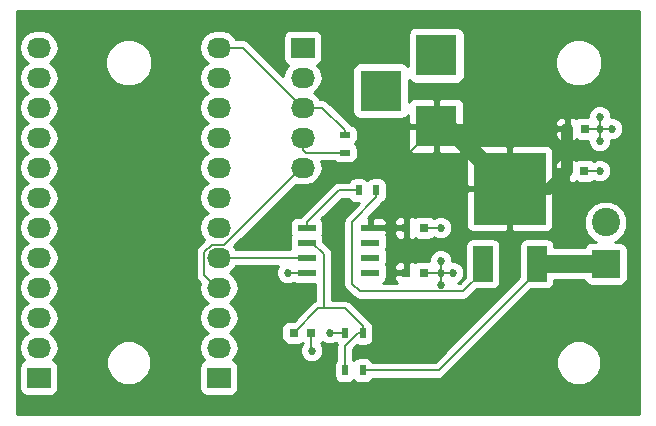
<source format=gtl>
G04 #@! TF.FileFunction,Copper,L1,Top,Signal*
%FSLAX46Y46*%
G04 Gerber Fmt 4.6, Leading zero omitted, Abs format (unit mm)*
G04 Created by KiCad (PCBNEW 4.0.2-stable) date Wednesday, July 27, 2016 'PMt' 01:40:30 PM*
%MOMM*%
G01*
G04 APERTURE LIST*
%ADD10C,0.100000*%
%ADD11R,0.800000X0.750000*%
%ADD12R,3.500120X3.500120*%
%ADD13R,2.032000X1.727200*%
%ADD14O,2.032000X1.727200*%
%ADD15C,2.400000*%
%ADD16R,2.400000X2.400000*%
%ADD17R,1.651000X3.048000*%
%ADD18R,6.096000X6.096000*%
%ADD19R,0.500000X0.900000*%
%ADD20R,1.550000X0.600000*%
%ADD21R,0.900000X0.500000*%
%ADD22C,0.685800*%
%ADD23C,0.152400*%
%ADD24C,1.016000*%
%ADD25C,1.524000*%
%ADD26C,0.254000*%
G04 APERTURE END LIST*
D10*
D11*
X151384000Y-103124000D03*
X152884000Y-103124000D03*
X128270000Y-116840000D03*
X129770000Y-116840000D03*
X151408000Y-99568000D03*
X152908000Y-99568000D03*
X137795000Y-111760000D03*
X139295000Y-111760000D03*
X137795000Y-107950000D03*
X139295000Y-107950000D03*
D12*
X140335000Y-99344480D03*
X140335000Y-93345000D03*
X135636000Y-96344740D03*
D13*
X121920000Y-120650000D03*
D14*
X121920000Y-118110000D03*
X121920000Y-115570000D03*
X121920000Y-113030000D03*
X121920000Y-110490000D03*
X121920000Y-107950000D03*
X121920000Y-105410000D03*
X121920000Y-102870000D03*
X121920000Y-100330000D03*
X121920000Y-97790000D03*
X121920000Y-95250000D03*
X121920000Y-92710000D03*
D13*
X129032000Y-92710000D03*
D14*
X129032000Y-95250000D03*
X129032000Y-97790000D03*
X129032000Y-100330000D03*
X129032000Y-102870000D03*
D15*
X154686000Y-107498000D03*
D16*
X154686000Y-110998000D03*
D17*
X144272000Y-110998000D03*
D18*
X146558000Y-104648000D03*
D17*
X148844000Y-110998000D03*
D19*
X134100000Y-116840000D03*
X132600000Y-116840000D03*
X135255000Y-104775000D03*
X133755000Y-104775000D03*
X134100000Y-120015000D03*
X132600000Y-120015000D03*
D13*
X106680000Y-120650000D03*
D14*
X106680000Y-118110000D03*
X106680000Y-115570000D03*
X106680000Y-113030000D03*
X106680000Y-110490000D03*
X106680000Y-107950000D03*
X106680000Y-105410000D03*
X106680000Y-102870000D03*
X106680000Y-100330000D03*
X106680000Y-97790000D03*
X106680000Y-95250000D03*
X106680000Y-92710000D03*
D20*
X129351000Y-107950000D03*
X129351000Y-109220000D03*
X129351000Y-110490000D03*
X129351000Y-111760000D03*
X134751000Y-111760000D03*
X134751000Y-110490000D03*
X134751000Y-109220000D03*
X134751000Y-107950000D03*
D21*
X132588000Y-101600000D03*
X132588000Y-100100000D03*
D22*
X127762000Y-111760000D03*
X129794000Y-118364000D03*
X131318000Y-116840000D03*
X154178000Y-100584000D03*
X155194000Y-99568000D03*
X154178000Y-98552000D03*
X154178000Y-99568000D03*
X154178000Y-103124000D03*
X141732000Y-111760000D03*
X140716000Y-112776000D03*
X140716000Y-110744000D03*
X140716000Y-111760000D03*
X140716000Y-107950000D03*
D23*
X129351000Y-111760000D02*
X127762000Y-111760000D01*
X129770000Y-116840000D02*
X129770000Y-118340000D01*
X129770000Y-118340000D02*
X129794000Y-118364000D01*
X132600000Y-116840000D02*
X131318000Y-116840000D01*
X154178000Y-99568000D02*
X154178000Y-100584000D01*
X154178000Y-99568000D02*
X155194000Y-99568000D01*
X154178000Y-99568000D02*
X154178000Y-98552000D01*
X152908000Y-99568000D02*
X154178000Y-99568000D01*
X152884000Y-103124000D02*
X154178000Y-103124000D01*
X140716000Y-111760000D02*
X141732000Y-111760000D01*
X140716000Y-111760000D02*
X140716000Y-112776000D01*
X140716000Y-111760000D02*
X140716000Y-110744000D01*
X139295000Y-111760000D02*
X140716000Y-111760000D01*
X139847400Y-107950000D02*
X140716000Y-107950000D01*
X139295000Y-107950000D02*
X139847400Y-107950000D01*
X132642799Y-114780399D02*
X130810000Y-114780399D01*
X130810000Y-114780399D02*
X130354601Y-114780399D01*
X130810000Y-110204000D02*
X130810000Y-114780399D01*
X129351000Y-109220000D02*
X129826000Y-109220000D01*
X129826000Y-109220000D02*
X130810000Y-110204000D01*
X132600000Y-120015000D02*
X132600000Y-117937600D01*
X132600000Y-117937600D02*
X133697600Y-116840000D01*
X133697600Y-116840000D02*
X134100000Y-116840000D01*
X134100000Y-116840000D02*
X134100000Y-116237600D01*
X134100000Y-116237600D02*
X132642799Y-114780399D01*
X128270000Y-116840000D02*
X128295000Y-116840000D01*
X128295000Y-116840000D02*
X130354601Y-114780399D01*
X129032000Y-102870000D02*
X128879600Y-102870000D01*
X128879600Y-102870000D02*
X122351810Y-109397790D01*
X122351810Y-109397790D02*
X121315192Y-109397790D01*
X121315192Y-109397790D02*
X120675390Y-110037592D01*
X120675390Y-110037592D02*
X120675390Y-111937790D01*
X120675390Y-111937790D02*
X121767600Y-113030000D01*
X121767600Y-113030000D02*
X121920000Y-113030000D01*
X121920000Y-110490000D02*
X123088400Y-110490000D01*
X123088400Y-110490000D02*
X129351000Y-110490000D01*
X129032000Y-97790000D02*
X130680400Y-97790000D01*
X130680400Y-97790000D02*
X132588000Y-99697600D01*
X132588000Y-99697600D02*
X132588000Y-100100000D01*
X121920000Y-92710000D02*
X123952000Y-92710000D01*
X123952000Y-92710000D02*
X129032000Y-97790000D01*
X133755000Y-104775000D02*
X132073600Y-104775000D01*
X132073600Y-104775000D02*
X129351000Y-107497600D01*
X129351000Y-107497600D02*
X129351000Y-107950000D01*
X132588000Y-101600000D02*
X129286000Y-101600000D01*
X129286000Y-101600000D02*
X129032000Y-101346000D01*
X129032000Y-101346000D02*
X129032000Y-100330000D01*
X133190400Y-112681600D02*
X133856301Y-113347501D01*
X133856301Y-113347501D02*
X142620999Y-113347501D01*
X142620999Y-113347501D02*
X144272000Y-111696500D01*
X144272000Y-111696500D02*
X144272000Y-110998000D01*
X133190400Y-107442000D02*
X133190400Y-112681600D01*
X135255000Y-104775000D02*
X135255000Y-105377400D01*
X135255000Y-105377400D02*
X133190400Y-107442000D01*
X137795000Y-107950000D02*
X137795000Y-101884480D01*
X137795000Y-101884480D02*
X140335000Y-99344480D01*
D24*
X151384000Y-103124000D02*
X151384000Y-99592000D01*
X151384000Y-99592000D02*
X151408000Y-99568000D01*
X146558000Y-104648000D02*
X149860000Y-104648000D01*
X149860000Y-104648000D02*
X151384000Y-103124000D01*
D25*
X140335000Y-99344480D02*
X141254480Y-99344480D01*
X141254480Y-99344480D02*
X146558000Y-104648000D01*
D23*
X134751000Y-107950000D02*
X135678400Y-107950000D01*
X135678400Y-107950000D02*
X137795000Y-107950000D01*
X137795000Y-111760000D02*
X137795000Y-107950000D01*
X134100000Y-120015000D02*
X140525500Y-120015000D01*
X140525500Y-120015000D02*
X148844000Y-111696500D01*
D24*
X148844000Y-111696500D02*
X148844000Y-110998000D01*
D25*
X148844000Y-110998000D02*
X154686000Y-110998000D01*
D26*
G36*
X157532000Y-123750000D02*
X104850000Y-123750000D01*
X104850000Y-92710000D01*
X104996655Y-92710000D01*
X105110729Y-93283489D01*
X105435585Y-93769670D01*
X105750366Y-93980000D01*
X105435585Y-94190330D01*
X105110729Y-94676511D01*
X104996655Y-95250000D01*
X105110729Y-95823489D01*
X105435585Y-96309670D01*
X105750366Y-96520000D01*
X105435585Y-96730330D01*
X105110729Y-97216511D01*
X104996655Y-97790000D01*
X105110729Y-98363489D01*
X105435585Y-98849670D01*
X105750366Y-99060000D01*
X105435585Y-99270330D01*
X105110729Y-99756511D01*
X104996655Y-100330000D01*
X105110729Y-100903489D01*
X105435585Y-101389670D01*
X105750366Y-101600000D01*
X105435585Y-101810330D01*
X105110729Y-102296511D01*
X104996655Y-102870000D01*
X105110729Y-103443489D01*
X105435585Y-103929670D01*
X105750366Y-104140000D01*
X105435585Y-104350330D01*
X105110729Y-104836511D01*
X104996655Y-105410000D01*
X105110729Y-105983489D01*
X105435585Y-106469670D01*
X105750366Y-106680000D01*
X105435585Y-106890330D01*
X105110729Y-107376511D01*
X104996655Y-107950000D01*
X105110729Y-108523489D01*
X105435585Y-109009670D01*
X105750366Y-109220000D01*
X105435585Y-109430330D01*
X105110729Y-109916511D01*
X104996655Y-110490000D01*
X105110729Y-111063489D01*
X105435585Y-111549670D01*
X105750366Y-111760000D01*
X105435585Y-111970330D01*
X105110729Y-112456511D01*
X104996655Y-113030000D01*
X105110729Y-113603489D01*
X105435585Y-114089670D01*
X105750366Y-114300000D01*
X105435585Y-114510330D01*
X105110729Y-114996511D01*
X104996655Y-115570000D01*
X105110729Y-116143489D01*
X105435585Y-116629670D01*
X105750366Y-116840000D01*
X105435585Y-117050330D01*
X105110729Y-117536511D01*
X104996655Y-118110000D01*
X105110729Y-118683489D01*
X105435585Y-119169670D01*
X105449913Y-119179243D01*
X105428683Y-119183238D01*
X105212559Y-119322310D01*
X105067569Y-119534510D01*
X105016560Y-119786400D01*
X105016560Y-121513600D01*
X105060838Y-121748917D01*
X105199910Y-121965041D01*
X105412110Y-122110031D01*
X105664000Y-122161040D01*
X107696000Y-122161040D01*
X107931317Y-122116762D01*
X108147441Y-121977690D01*
X108292431Y-121765490D01*
X108343440Y-121513600D01*
X108343440Y-119786400D01*
X108337213Y-119753305D01*
X112414674Y-119753305D01*
X112701043Y-120446372D01*
X113230839Y-120977093D01*
X113923405Y-121264672D01*
X114673305Y-121265326D01*
X115366372Y-120978957D01*
X115897093Y-120449161D01*
X116184672Y-119756595D01*
X116185326Y-119006695D01*
X115898957Y-118313628D01*
X115369161Y-117782907D01*
X114676595Y-117495328D01*
X113926695Y-117494674D01*
X113233628Y-117781043D01*
X112702907Y-118310839D01*
X112415328Y-119003405D01*
X112414674Y-119753305D01*
X108337213Y-119753305D01*
X108299162Y-119551083D01*
X108160090Y-119334959D01*
X107947890Y-119189969D01*
X107906561Y-119181600D01*
X107924415Y-119169670D01*
X108249271Y-118683489D01*
X108363345Y-118110000D01*
X108249271Y-117536511D01*
X107924415Y-117050330D01*
X107609634Y-116840000D01*
X107924415Y-116629670D01*
X108249271Y-116143489D01*
X108363345Y-115570000D01*
X108249271Y-114996511D01*
X107924415Y-114510330D01*
X107609634Y-114300000D01*
X107924415Y-114089670D01*
X108249271Y-113603489D01*
X108363345Y-113030000D01*
X108249271Y-112456511D01*
X107924415Y-111970330D01*
X107609634Y-111760000D01*
X107924415Y-111549670D01*
X108249271Y-111063489D01*
X108363345Y-110490000D01*
X108273356Y-110037592D01*
X119964190Y-110037592D01*
X119964190Y-111937790D01*
X120018327Y-112209955D01*
X120172496Y-112440684D01*
X120323784Y-112591972D01*
X120236655Y-113030000D01*
X120350729Y-113603489D01*
X120675585Y-114089670D01*
X120990366Y-114300000D01*
X120675585Y-114510330D01*
X120350729Y-114996511D01*
X120236655Y-115570000D01*
X120350729Y-116143489D01*
X120675585Y-116629670D01*
X120990366Y-116840000D01*
X120675585Y-117050330D01*
X120350729Y-117536511D01*
X120236655Y-118110000D01*
X120350729Y-118683489D01*
X120675585Y-119169670D01*
X120689913Y-119179243D01*
X120668683Y-119183238D01*
X120452559Y-119322310D01*
X120307569Y-119534510D01*
X120256560Y-119786400D01*
X120256560Y-121513600D01*
X120300838Y-121748917D01*
X120439910Y-121965041D01*
X120652110Y-122110031D01*
X120904000Y-122161040D01*
X122936000Y-122161040D01*
X123171317Y-122116762D01*
X123387441Y-121977690D01*
X123532431Y-121765490D01*
X123583440Y-121513600D01*
X123583440Y-119786400D01*
X123539162Y-119551083D01*
X123400090Y-119334959D01*
X123187890Y-119189969D01*
X123146561Y-119181600D01*
X123164415Y-119169670D01*
X123489271Y-118683489D01*
X123603345Y-118110000D01*
X123489271Y-117536511D01*
X123164415Y-117050330D01*
X122849634Y-116840000D01*
X123164415Y-116629670D01*
X123489271Y-116143489D01*
X123603345Y-115570000D01*
X123489271Y-114996511D01*
X123164415Y-114510330D01*
X122849634Y-114300000D01*
X123164415Y-114089670D01*
X123489271Y-113603489D01*
X123603345Y-113030000D01*
X123489271Y-112456511D01*
X123164415Y-111970330D01*
X122849634Y-111760000D01*
X123164415Y-111549670D01*
X123397255Y-111201200D01*
X126937608Y-111201200D01*
X126933460Y-111205341D01*
X126784270Y-111564630D01*
X126783931Y-111953663D01*
X126932493Y-112313212D01*
X127207341Y-112588540D01*
X127566630Y-112737730D01*
X127955663Y-112738069D01*
X128259720Y-112612436D01*
X128324110Y-112656431D01*
X128576000Y-112707440D01*
X130098800Y-112707440D01*
X130098800Y-114120081D01*
X130082437Y-114123336D01*
X129851707Y-114277504D01*
X128311652Y-115817560D01*
X127870000Y-115817560D01*
X127634683Y-115861838D01*
X127418559Y-116000910D01*
X127273569Y-116213110D01*
X127222560Y-116465000D01*
X127222560Y-117215000D01*
X127266838Y-117450317D01*
X127405910Y-117666441D01*
X127618110Y-117811431D01*
X127870000Y-117862440D01*
X128670000Y-117862440D01*
X128905317Y-117818162D01*
X129019978Y-117744380D01*
X129026245Y-117748662D01*
X128965460Y-117809341D01*
X128816270Y-118168630D01*
X128815931Y-118557663D01*
X128964493Y-118917212D01*
X129239341Y-119192540D01*
X129598630Y-119341730D01*
X129987663Y-119342069D01*
X130347212Y-119193507D01*
X130622540Y-118918659D01*
X130771730Y-118559370D01*
X130772069Y-118170337D01*
X130623507Y-117810788D01*
X130542651Y-117729790D01*
X130621441Y-117679090D01*
X130683380Y-117588439D01*
X130763341Y-117668540D01*
X131122630Y-117817730D01*
X131511663Y-117818069D01*
X131846257Y-117679818D01*
X131885910Y-117741441D01*
X131922804Y-117766650D01*
X131913897Y-117811431D01*
X131888800Y-117937600D01*
X131888800Y-119115193D01*
X131753569Y-119313110D01*
X131702560Y-119565000D01*
X131702560Y-120465000D01*
X131746838Y-120700317D01*
X131885910Y-120916441D01*
X132098110Y-121061431D01*
X132350000Y-121112440D01*
X132850000Y-121112440D01*
X133085317Y-121068162D01*
X133301441Y-120929090D01*
X133349134Y-120859289D01*
X133385910Y-120916441D01*
X133598110Y-121061431D01*
X133850000Y-121112440D01*
X134350000Y-121112440D01*
X134585317Y-121068162D01*
X134801441Y-120929090D01*
X134940070Y-120726200D01*
X140525500Y-120726200D01*
X140797665Y-120672063D01*
X141028394Y-120517894D01*
X141792983Y-119753305D01*
X150514674Y-119753305D01*
X150801043Y-120446372D01*
X151330839Y-120977093D01*
X152023405Y-121264672D01*
X152773305Y-121265326D01*
X153466372Y-120978957D01*
X153997093Y-120449161D01*
X154284672Y-119756595D01*
X154285326Y-119006695D01*
X153998957Y-118313628D01*
X153469161Y-117782907D01*
X152776595Y-117495328D01*
X152026695Y-117494674D01*
X151333628Y-117781043D01*
X150802907Y-118310839D01*
X150515328Y-119003405D01*
X150514674Y-119753305D01*
X141792983Y-119753305D01*
X148376849Y-113169440D01*
X149669500Y-113169440D01*
X149904817Y-113125162D01*
X150120941Y-112986090D01*
X150265931Y-112773890D01*
X150316940Y-112522000D01*
X150316940Y-112395000D01*
X152875628Y-112395000D01*
X152882838Y-112433317D01*
X153021910Y-112649441D01*
X153234110Y-112794431D01*
X153486000Y-112845440D01*
X155886000Y-112845440D01*
X156121317Y-112801162D01*
X156337441Y-112662090D01*
X156482431Y-112449890D01*
X156533440Y-112198000D01*
X156533440Y-109798000D01*
X156489162Y-109562683D01*
X156350090Y-109346559D01*
X156137890Y-109201569D01*
X155886000Y-109150560D01*
X155491712Y-109150560D01*
X155724086Y-109054545D01*
X156240730Y-108538801D01*
X156520681Y-107864605D01*
X156521318Y-107134597D01*
X156242545Y-106459914D01*
X155726801Y-105943270D01*
X155052605Y-105663319D01*
X154322597Y-105662682D01*
X153647914Y-105941455D01*
X153131270Y-106457199D01*
X152851319Y-107131395D01*
X152850682Y-107861403D01*
X153129455Y-108536086D01*
X153645199Y-109052730D01*
X153880799Y-109150560D01*
X153486000Y-109150560D01*
X153250683Y-109194838D01*
X153034559Y-109333910D01*
X152889569Y-109546110D01*
X152878453Y-109601000D01*
X150316940Y-109601000D01*
X150316940Y-109474000D01*
X150272662Y-109238683D01*
X150133590Y-109022559D01*
X149921390Y-108877569D01*
X149669500Y-108826560D01*
X148018500Y-108826560D01*
X147783183Y-108870838D01*
X147567059Y-109009910D01*
X147422069Y-109222110D01*
X147371060Y-109474000D01*
X147371060Y-112163651D01*
X140230912Y-119303800D01*
X134936507Y-119303800D01*
X134814090Y-119113559D01*
X134601890Y-118968569D01*
X134350000Y-118917560D01*
X133850000Y-118917560D01*
X133614683Y-118961838D01*
X133398559Y-119100910D01*
X133350866Y-119170711D01*
X133314090Y-119113559D01*
X133311200Y-119111584D01*
X133311200Y-118232188D01*
X133647047Y-117896341D01*
X133850000Y-117937440D01*
X134350000Y-117937440D01*
X134585317Y-117893162D01*
X134801441Y-117754090D01*
X134946431Y-117541890D01*
X134997440Y-117290000D01*
X134997440Y-116390000D01*
X134953162Y-116154683D01*
X134814090Y-115938559D01*
X134676110Y-115844282D01*
X134602894Y-115734705D01*
X133145693Y-114277505D01*
X132914964Y-114123336D01*
X132642799Y-114069199D01*
X131521200Y-114069199D01*
X131521200Y-110204000D01*
X131467063Y-109931836D01*
X131467063Y-109931835D01*
X131312894Y-109701106D01*
X130773440Y-109161652D01*
X130773440Y-108920000D01*
X130729162Y-108684683D01*
X130665322Y-108585472D01*
X130722431Y-108501890D01*
X130773440Y-108250000D01*
X130773440Y-107650000D01*
X130729162Y-107414683D01*
X130615829Y-107238559D01*
X132368188Y-105486200D01*
X132918493Y-105486200D01*
X133040910Y-105676441D01*
X133253110Y-105821431D01*
X133505000Y-105872440D01*
X133754171Y-105872440D01*
X132687506Y-106939106D01*
X132533337Y-107169835D01*
X132502849Y-107323110D01*
X132479200Y-107442000D01*
X132479200Y-112681600D01*
X132533337Y-112953765D01*
X132687506Y-113184494D01*
X133353406Y-113850395D01*
X133584136Y-114004564D01*
X133629291Y-114013546D01*
X133856301Y-114058701D01*
X142620999Y-114058701D01*
X142893164Y-114004564D01*
X143123893Y-113850395D01*
X143804848Y-113169440D01*
X145097500Y-113169440D01*
X145332817Y-113125162D01*
X145548941Y-112986090D01*
X145693931Y-112773890D01*
X145744940Y-112522000D01*
X145744940Y-109474000D01*
X145700662Y-109238683D01*
X145561590Y-109022559D01*
X145349390Y-108877569D01*
X145097500Y-108826560D01*
X143446500Y-108826560D01*
X143211183Y-108870838D01*
X142995059Y-109009910D01*
X142850069Y-109222110D01*
X142799060Y-109474000D01*
X142799060Y-112163652D01*
X142326411Y-112636301D01*
X142171961Y-112636301D01*
X142285212Y-112589507D01*
X142560540Y-112314659D01*
X142709730Y-111955370D01*
X142710069Y-111566337D01*
X142561507Y-111206788D01*
X142286659Y-110931460D01*
X141927370Y-110782270D01*
X141693867Y-110782067D01*
X141694069Y-110550337D01*
X141545507Y-110190788D01*
X141270659Y-109915460D01*
X140911370Y-109766270D01*
X140522337Y-109765931D01*
X140162788Y-109914493D01*
X139887460Y-110189341D01*
X139738270Y-110548630D01*
X139738098Y-110746288D01*
X139695000Y-110737560D01*
X138895000Y-110737560D01*
X138659683Y-110781838D01*
X138556354Y-110848329D01*
X138554698Y-110846673D01*
X138321309Y-110750000D01*
X138080750Y-110750000D01*
X137922000Y-110908750D01*
X137922000Y-111633000D01*
X137942000Y-111633000D01*
X137942000Y-111887000D01*
X137922000Y-111887000D01*
X137922000Y-111907000D01*
X137668000Y-111907000D01*
X137668000Y-111887000D01*
X136918750Y-111887000D01*
X136760000Y-112045750D01*
X136760000Y-112261310D01*
X136856673Y-112494699D01*
X136998276Y-112636301D01*
X135803060Y-112636301D01*
X135977441Y-112524090D01*
X136122431Y-112311890D01*
X136173440Y-112060000D01*
X136173440Y-111460000D01*
X136135561Y-111258690D01*
X136760000Y-111258690D01*
X136760000Y-111474250D01*
X136918750Y-111633000D01*
X137668000Y-111633000D01*
X137668000Y-110908750D01*
X137509250Y-110750000D01*
X137268691Y-110750000D01*
X137035302Y-110846673D01*
X136856673Y-111025301D01*
X136760000Y-111258690D01*
X136135561Y-111258690D01*
X136129162Y-111224683D01*
X136065322Y-111125472D01*
X136122431Y-111041890D01*
X136173440Y-110790000D01*
X136173440Y-110190000D01*
X136129162Y-109954683D01*
X136065322Y-109855472D01*
X136122431Y-109771890D01*
X136173440Y-109520000D01*
X136173440Y-108920000D01*
X136129162Y-108684683D01*
X136070822Y-108594020D01*
X136161000Y-108376310D01*
X136161000Y-108235750D01*
X136760000Y-108235750D01*
X136760000Y-108451310D01*
X136856673Y-108684699D01*
X137035302Y-108863327D01*
X137268691Y-108960000D01*
X137509250Y-108960000D01*
X137668000Y-108801250D01*
X137668000Y-108077000D01*
X136918750Y-108077000D01*
X136760000Y-108235750D01*
X136161000Y-108235750D01*
X136002250Y-108077000D01*
X134878000Y-108077000D01*
X134878000Y-108097000D01*
X134624000Y-108097000D01*
X134624000Y-108077000D01*
X134604000Y-108077000D01*
X134604000Y-107823000D01*
X134624000Y-107823000D01*
X134624000Y-107173750D01*
X134878000Y-107173750D01*
X134878000Y-107823000D01*
X136002250Y-107823000D01*
X136161000Y-107664250D01*
X136161000Y-107523690D01*
X136129934Y-107448690D01*
X136760000Y-107448690D01*
X136760000Y-107664250D01*
X136918750Y-107823000D01*
X137668000Y-107823000D01*
X137668000Y-107098750D01*
X137922000Y-107098750D01*
X137922000Y-107823000D01*
X137942000Y-107823000D01*
X137942000Y-108077000D01*
X137922000Y-108077000D01*
X137922000Y-108801250D01*
X138080750Y-108960000D01*
X138321309Y-108960000D01*
X138554698Y-108863327D01*
X138556068Y-108861957D01*
X138643110Y-108921431D01*
X138895000Y-108972440D01*
X139695000Y-108972440D01*
X139930317Y-108928162D01*
X140146441Y-108789090D01*
X140156775Y-108773966D01*
X140161341Y-108778540D01*
X140520630Y-108927730D01*
X140909663Y-108928069D01*
X141269212Y-108779507D01*
X141544540Y-108504659D01*
X141693730Y-108145370D01*
X141694069Y-107756337D01*
X141545507Y-107396788D01*
X141270659Y-107121460D01*
X140911370Y-106972270D01*
X140522337Y-106971931D01*
X140162788Y-107120493D01*
X140159335Y-107123940D01*
X140159090Y-107123559D01*
X139946890Y-106978569D01*
X139695000Y-106927560D01*
X138895000Y-106927560D01*
X138659683Y-106971838D01*
X138556354Y-107038329D01*
X138554698Y-107036673D01*
X138321309Y-106940000D01*
X138080750Y-106940000D01*
X137922000Y-107098750D01*
X137668000Y-107098750D01*
X137509250Y-106940000D01*
X137268691Y-106940000D01*
X137035302Y-107036673D01*
X136856673Y-107215301D01*
X136760000Y-107448690D01*
X136129934Y-107448690D01*
X136064327Y-107290301D01*
X135885698Y-107111673D01*
X135652309Y-107015000D01*
X135036750Y-107015000D01*
X134878000Y-107173750D01*
X134624000Y-107173750D01*
X134544219Y-107093969D01*
X135757894Y-105880295D01*
X135832259Y-105768999D01*
X135956441Y-105689090D01*
X136101431Y-105476890D01*
X136152440Y-105225000D01*
X136152440Y-104933750D01*
X142875000Y-104933750D01*
X142875000Y-107822310D01*
X142971673Y-108055699D01*
X143150302Y-108234327D01*
X143383691Y-108331000D01*
X146272250Y-108331000D01*
X146431000Y-108172250D01*
X146431000Y-104775000D01*
X146685000Y-104775000D01*
X146685000Y-108172250D01*
X146843750Y-108331000D01*
X149732309Y-108331000D01*
X149965698Y-108234327D01*
X150144327Y-108055699D01*
X150241000Y-107822310D01*
X150241000Y-104933750D01*
X150082250Y-104775000D01*
X146685000Y-104775000D01*
X146431000Y-104775000D01*
X143033750Y-104775000D01*
X142875000Y-104933750D01*
X136152440Y-104933750D01*
X136152440Y-104325000D01*
X136108162Y-104089683D01*
X135969090Y-103873559D01*
X135756890Y-103728569D01*
X135505000Y-103677560D01*
X135005000Y-103677560D01*
X134769683Y-103721838D01*
X134553559Y-103860910D01*
X134505866Y-103930711D01*
X134469090Y-103873559D01*
X134256890Y-103728569D01*
X134005000Y-103677560D01*
X133505000Y-103677560D01*
X133269683Y-103721838D01*
X133053559Y-103860910D01*
X132914930Y-104063800D01*
X132073600Y-104063800D01*
X131801435Y-104117937D01*
X131570706Y-104272106D01*
X128848106Y-106994706D01*
X128842858Y-107002560D01*
X128576000Y-107002560D01*
X128340683Y-107046838D01*
X128124559Y-107185910D01*
X127979569Y-107398110D01*
X127928560Y-107650000D01*
X127928560Y-108250000D01*
X127972838Y-108485317D01*
X128036678Y-108584528D01*
X127979569Y-108668110D01*
X127928560Y-108920000D01*
X127928560Y-109520000D01*
X127972838Y-109755317D01*
X127987949Y-109778800D01*
X123397255Y-109778800D01*
X123228760Y-109526628D01*
X128463184Y-104292204D01*
X128847255Y-104368600D01*
X129216745Y-104368600D01*
X129790234Y-104254526D01*
X130276415Y-103929670D01*
X130601271Y-103443489D01*
X130715345Y-102870000D01*
X130604193Y-102311200D01*
X131688193Y-102311200D01*
X131886110Y-102446431D01*
X132138000Y-102497440D01*
X133038000Y-102497440D01*
X133273317Y-102453162D01*
X133489441Y-102314090D01*
X133634431Y-102101890D01*
X133685440Y-101850000D01*
X133685440Y-101350000D01*
X133641162Y-101114683D01*
X133502090Y-100898559D01*
X133432289Y-100850866D01*
X133489441Y-100814090D01*
X133634431Y-100601890D01*
X133685440Y-100350000D01*
X133685440Y-99850000D01*
X133644088Y-99630230D01*
X137949940Y-99630230D01*
X137949940Y-101220849D01*
X138046613Y-101454238D01*
X138225241Y-101632867D01*
X138458630Y-101729540D01*
X140049250Y-101729540D01*
X140208000Y-101570790D01*
X140208000Y-99471480D01*
X140462000Y-99471480D01*
X140462000Y-101570790D01*
X140620750Y-101729540D01*
X142211370Y-101729540D01*
X142444759Y-101632867D01*
X142603935Y-101473690D01*
X142875000Y-101473690D01*
X142875000Y-104362250D01*
X143033750Y-104521000D01*
X146431000Y-104521000D01*
X146431000Y-101123750D01*
X146685000Y-101123750D01*
X146685000Y-104521000D01*
X150082250Y-104521000D01*
X150241000Y-104362250D01*
X150241000Y-103409750D01*
X150349000Y-103409750D01*
X150349000Y-103625310D01*
X150445673Y-103858699D01*
X150624302Y-104037327D01*
X150857691Y-104134000D01*
X151098250Y-104134000D01*
X151257000Y-103975250D01*
X151257000Y-103251000D01*
X150507750Y-103251000D01*
X150349000Y-103409750D01*
X150241000Y-103409750D01*
X150241000Y-102622690D01*
X150349000Y-102622690D01*
X150349000Y-102838250D01*
X150507750Y-102997000D01*
X151257000Y-102997000D01*
X151257000Y-102272750D01*
X151511000Y-102272750D01*
X151511000Y-102997000D01*
X151531000Y-102997000D01*
X151531000Y-103251000D01*
X151511000Y-103251000D01*
X151511000Y-103975250D01*
X151669750Y-104134000D01*
X151910309Y-104134000D01*
X152143698Y-104037327D01*
X152145068Y-104035957D01*
X152232110Y-104095431D01*
X152484000Y-104146440D01*
X153284000Y-104146440D01*
X153519317Y-104102162D01*
X153701440Y-103984969D01*
X153982630Y-104101730D01*
X154371663Y-104102069D01*
X154731212Y-103953507D01*
X155006540Y-103678659D01*
X155155730Y-103319370D01*
X155156069Y-102930337D01*
X155007507Y-102570788D01*
X154732659Y-102295460D01*
X154373370Y-102146270D01*
X153984337Y-102145931D01*
X153698829Y-102263900D01*
X153535890Y-102152569D01*
X153284000Y-102101560D01*
X152484000Y-102101560D01*
X152248683Y-102145838D01*
X152145354Y-102212329D01*
X152143698Y-102210673D01*
X151910309Y-102114000D01*
X151669750Y-102114000D01*
X151511000Y-102272750D01*
X151257000Y-102272750D01*
X151098250Y-102114000D01*
X150857691Y-102114000D01*
X150624302Y-102210673D01*
X150445673Y-102389301D01*
X150349000Y-102622690D01*
X150241000Y-102622690D01*
X150241000Y-101473690D01*
X150144327Y-101240301D01*
X149965698Y-101061673D01*
X149732309Y-100965000D01*
X146843750Y-100965000D01*
X146685000Y-101123750D01*
X146431000Y-101123750D01*
X146272250Y-100965000D01*
X143383691Y-100965000D01*
X143150302Y-101061673D01*
X142971673Y-101240301D01*
X142875000Y-101473690D01*
X142603935Y-101473690D01*
X142623387Y-101454238D01*
X142720060Y-101220849D01*
X142720060Y-99853750D01*
X150373000Y-99853750D01*
X150373000Y-100069310D01*
X150469673Y-100302699D01*
X150648302Y-100481327D01*
X150881691Y-100578000D01*
X151122250Y-100578000D01*
X151281000Y-100419250D01*
X151281000Y-99695000D01*
X150531750Y-99695000D01*
X150373000Y-99853750D01*
X142720060Y-99853750D01*
X142720060Y-99630230D01*
X142561310Y-99471480D01*
X140462000Y-99471480D01*
X140208000Y-99471480D01*
X138108690Y-99471480D01*
X137949940Y-99630230D01*
X133644088Y-99630230D01*
X133641162Y-99614683D01*
X133502090Y-99398559D01*
X133289890Y-99253569D01*
X133105240Y-99216176D01*
X133090894Y-99194706D01*
X131183294Y-97287106D01*
X130952565Y-97132937D01*
X130680400Y-97078800D01*
X130509255Y-97078800D01*
X130276415Y-96730330D01*
X129961634Y-96520000D01*
X130276415Y-96309670D01*
X130601271Y-95823489D01*
X130715345Y-95250000D01*
X130601271Y-94676511D01*
X130546594Y-94594680D01*
X133238500Y-94594680D01*
X133238500Y-98094800D01*
X133282778Y-98330117D01*
X133421850Y-98546241D01*
X133634050Y-98691231D01*
X133885940Y-98742240D01*
X137386060Y-98742240D01*
X137621377Y-98697962D01*
X137837501Y-98558890D01*
X137949940Y-98394330D01*
X137949940Y-99058730D01*
X138108690Y-99217480D01*
X140208000Y-99217480D01*
X140208000Y-97118170D01*
X140462000Y-97118170D01*
X140462000Y-99217480D01*
X142561310Y-99217480D01*
X142712100Y-99066690D01*
X150373000Y-99066690D01*
X150373000Y-99282250D01*
X150531750Y-99441000D01*
X151281000Y-99441000D01*
X151281000Y-98716750D01*
X151535000Y-98716750D01*
X151535000Y-99441000D01*
X151555000Y-99441000D01*
X151555000Y-99695000D01*
X151535000Y-99695000D01*
X151535000Y-100419250D01*
X151693750Y-100578000D01*
X151934309Y-100578000D01*
X152167698Y-100481327D01*
X152169068Y-100479957D01*
X152256110Y-100539431D01*
X152508000Y-100590440D01*
X153200094Y-100590440D01*
X153199931Y-100777663D01*
X153348493Y-101137212D01*
X153623341Y-101412540D01*
X153982630Y-101561730D01*
X154371663Y-101562069D01*
X154731212Y-101413507D01*
X155006540Y-101138659D01*
X155155730Y-100779370D01*
X155155933Y-100545867D01*
X155387663Y-100546069D01*
X155747212Y-100397507D01*
X156022540Y-100122659D01*
X156171730Y-99763370D01*
X156172069Y-99374337D01*
X156023507Y-99014788D01*
X155748659Y-98739460D01*
X155389370Y-98590270D01*
X155155867Y-98590067D01*
X155156069Y-98358337D01*
X155007507Y-97998788D01*
X154732659Y-97723460D01*
X154373370Y-97574270D01*
X153984337Y-97573931D01*
X153624788Y-97722493D01*
X153349460Y-97997341D01*
X153200270Y-98356630D01*
X153200105Y-98545560D01*
X152508000Y-98545560D01*
X152272683Y-98589838D01*
X152169354Y-98656329D01*
X152167698Y-98654673D01*
X151934309Y-98558000D01*
X151693750Y-98558000D01*
X151535000Y-98716750D01*
X151281000Y-98716750D01*
X151122250Y-98558000D01*
X150881691Y-98558000D01*
X150648302Y-98654673D01*
X150469673Y-98833301D01*
X150373000Y-99066690D01*
X142712100Y-99066690D01*
X142720060Y-99058730D01*
X142720060Y-97468111D01*
X142623387Y-97234722D01*
X142444759Y-97056093D01*
X142211370Y-96959420D01*
X140620750Y-96959420D01*
X140462000Y-97118170D01*
X140208000Y-97118170D01*
X140049250Y-96959420D01*
X138458630Y-96959420D01*
X138225241Y-97056093D01*
X138046613Y-97234722D01*
X138033500Y-97266380D01*
X138033500Y-95410755D01*
X138120850Y-95546501D01*
X138333050Y-95691491D01*
X138584940Y-95742500D01*
X142085060Y-95742500D01*
X142320377Y-95698222D01*
X142536501Y-95559150D01*
X142681491Y-95346950D01*
X142732500Y-95095060D01*
X142732500Y-94373109D01*
X150414657Y-94373109D01*
X150716218Y-95102943D01*
X151274120Y-95661819D01*
X152003427Y-95964654D01*
X152793109Y-95965343D01*
X153522943Y-95663782D01*
X154081819Y-95105880D01*
X154384654Y-94376573D01*
X154385343Y-93586891D01*
X154083782Y-92857057D01*
X153525880Y-92298181D01*
X152796573Y-91995346D01*
X152006891Y-91994657D01*
X151277057Y-92296218D01*
X150718181Y-92854120D01*
X150415346Y-93583427D01*
X150414657Y-94373109D01*
X142732500Y-94373109D01*
X142732500Y-91594940D01*
X142688222Y-91359623D01*
X142549150Y-91143499D01*
X142336950Y-90998509D01*
X142085060Y-90947500D01*
X138584940Y-90947500D01*
X138349623Y-90991778D01*
X138133499Y-91130850D01*
X137988509Y-91343050D01*
X137937500Y-91594940D01*
X137937500Y-94278985D01*
X137850150Y-94143239D01*
X137637950Y-93998249D01*
X137386060Y-93947240D01*
X133885940Y-93947240D01*
X133650623Y-93991518D01*
X133434499Y-94130590D01*
X133289509Y-94342790D01*
X133238500Y-94594680D01*
X130546594Y-94594680D01*
X130276415Y-94190330D01*
X130262087Y-94180757D01*
X130283317Y-94176762D01*
X130499441Y-94037690D01*
X130644431Y-93825490D01*
X130695440Y-93573600D01*
X130695440Y-91846400D01*
X130651162Y-91611083D01*
X130512090Y-91394959D01*
X130299890Y-91249969D01*
X130048000Y-91198960D01*
X128016000Y-91198960D01*
X127780683Y-91243238D01*
X127564559Y-91382310D01*
X127419569Y-91594510D01*
X127368560Y-91846400D01*
X127368560Y-93573600D01*
X127412838Y-93808917D01*
X127551910Y-94025041D01*
X127764110Y-94170031D01*
X127805439Y-94178400D01*
X127787585Y-94190330D01*
X127462729Y-94676511D01*
X127373398Y-95125610D01*
X124454894Y-92207106D01*
X124224165Y-92052937D01*
X123952000Y-91998800D01*
X123397255Y-91998800D01*
X123164415Y-91650330D01*
X122678234Y-91325474D01*
X122104745Y-91211400D01*
X121735255Y-91211400D01*
X121161766Y-91325474D01*
X120675585Y-91650330D01*
X120350729Y-92136511D01*
X120236655Y-92710000D01*
X120350729Y-93283489D01*
X120675585Y-93769670D01*
X120990366Y-93980000D01*
X120675585Y-94190330D01*
X120350729Y-94676511D01*
X120236655Y-95250000D01*
X120350729Y-95823489D01*
X120675585Y-96309670D01*
X120990366Y-96520000D01*
X120675585Y-96730330D01*
X120350729Y-97216511D01*
X120236655Y-97790000D01*
X120350729Y-98363489D01*
X120675585Y-98849670D01*
X120990366Y-99060000D01*
X120675585Y-99270330D01*
X120350729Y-99756511D01*
X120236655Y-100330000D01*
X120350729Y-100903489D01*
X120675585Y-101389670D01*
X120990366Y-101600000D01*
X120675585Y-101810330D01*
X120350729Y-102296511D01*
X120236655Y-102870000D01*
X120350729Y-103443489D01*
X120675585Y-103929670D01*
X120990366Y-104140000D01*
X120675585Y-104350330D01*
X120350729Y-104836511D01*
X120236655Y-105410000D01*
X120350729Y-105983489D01*
X120675585Y-106469670D01*
X120990366Y-106680000D01*
X120675585Y-106890330D01*
X120350729Y-107376511D01*
X120236655Y-107950000D01*
X120350729Y-108523489D01*
X120675585Y-109009670D01*
X120688736Y-109018457D01*
X120172496Y-109534698D01*
X120018327Y-109765427D01*
X120000510Y-109855000D01*
X119964190Y-110037592D01*
X108273356Y-110037592D01*
X108249271Y-109916511D01*
X107924415Y-109430330D01*
X107609634Y-109220000D01*
X107924415Y-109009670D01*
X108249271Y-108523489D01*
X108363345Y-107950000D01*
X108249271Y-107376511D01*
X107924415Y-106890330D01*
X107609634Y-106680000D01*
X107924415Y-106469670D01*
X108249271Y-105983489D01*
X108363345Y-105410000D01*
X108249271Y-104836511D01*
X107924415Y-104350330D01*
X107609634Y-104140000D01*
X107924415Y-103929670D01*
X108249271Y-103443489D01*
X108363345Y-102870000D01*
X108249271Y-102296511D01*
X107924415Y-101810330D01*
X107609634Y-101600000D01*
X107924415Y-101389670D01*
X108249271Y-100903489D01*
X108363345Y-100330000D01*
X108249271Y-99756511D01*
X107924415Y-99270330D01*
X107609634Y-99060000D01*
X107924415Y-98849670D01*
X108249271Y-98363489D01*
X108363345Y-97790000D01*
X108249271Y-97216511D01*
X107924415Y-96730330D01*
X107609634Y-96520000D01*
X107924415Y-96309670D01*
X108249271Y-95823489D01*
X108363345Y-95250000D01*
X108249271Y-94676511D01*
X108046545Y-94373109D01*
X112314657Y-94373109D01*
X112616218Y-95102943D01*
X113174120Y-95661819D01*
X113903427Y-95964654D01*
X114693109Y-95965343D01*
X115422943Y-95663782D01*
X115981819Y-95105880D01*
X116284654Y-94376573D01*
X116285343Y-93586891D01*
X115983782Y-92857057D01*
X115425880Y-92298181D01*
X114696573Y-91995346D01*
X113906891Y-91994657D01*
X113177057Y-92296218D01*
X112618181Y-92854120D01*
X112315346Y-93583427D01*
X112314657Y-94373109D01*
X108046545Y-94373109D01*
X107924415Y-94190330D01*
X107609634Y-93980000D01*
X107924415Y-93769670D01*
X108249271Y-93283489D01*
X108363345Y-92710000D01*
X108249271Y-92136511D01*
X107924415Y-91650330D01*
X107438234Y-91325474D01*
X106864745Y-91211400D01*
X106495255Y-91211400D01*
X105921766Y-91325474D01*
X105435585Y-91650330D01*
X105110729Y-92136511D01*
X104996655Y-92710000D01*
X104850000Y-92710000D01*
X104850000Y-89610000D01*
X157532000Y-89610000D01*
X157532000Y-123750000D01*
X157532000Y-123750000D01*
G37*
X157532000Y-123750000D02*
X104850000Y-123750000D01*
X104850000Y-92710000D01*
X104996655Y-92710000D01*
X105110729Y-93283489D01*
X105435585Y-93769670D01*
X105750366Y-93980000D01*
X105435585Y-94190330D01*
X105110729Y-94676511D01*
X104996655Y-95250000D01*
X105110729Y-95823489D01*
X105435585Y-96309670D01*
X105750366Y-96520000D01*
X105435585Y-96730330D01*
X105110729Y-97216511D01*
X104996655Y-97790000D01*
X105110729Y-98363489D01*
X105435585Y-98849670D01*
X105750366Y-99060000D01*
X105435585Y-99270330D01*
X105110729Y-99756511D01*
X104996655Y-100330000D01*
X105110729Y-100903489D01*
X105435585Y-101389670D01*
X105750366Y-101600000D01*
X105435585Y-101810330D01*
X105110729Y-102296511D01*
X104996655Y-102870000D01*
X105110729Y-103443489D01*
X105435585Y-103929670D01*
X105750366Y-104140000D01*
X105435585Y-104350330D01*
X105110729Y-104836511D01*
X104996655Y-105410000D01*
X105110729Y-105983489D01*
X105435585Y-106469670D01*
X105750366Y-106680000D01*
X105435585Y-106890330D01*
X105110729Y-107376511D01*
X104996655Y-107950000D01*
X105110729Y-108523489D01*
X105435585Y-109009670D01*
X105750366Y-109220000D01*
X105435585Y-109430330D01*
X105110729Y-109916511D01*
X104996655Y-110490000D01*
X105110729Y-111063489D01*
X105435585Y-111549670D01*
X105750366Y-111760000D01*
X105435585Y-111970330D01*
X105110729Y-112456511D01*
X104996655Y-113030000D01*
X105110729Y-113603489D01*
X105435585Y-114089670D01*
X105750366Y-114300000D01*
X105435585Y-114510330D01*
X105110729Y-114996511D01*
X104996655Y-115570000D01*
X105110729Y-116143489D01*
X105435585Y-116629670D01*
X105750366Y-116840000D01*
X105435585Y-117050330D01*
X105110729Y-117536511D01*
X104996655Y-118110000D01*
X105110729Y-118683489D01*
X105435585Y-119169670D01*
X105449913Y-119179243D01*
X105428683Y-119183238D01*
X105212559Y-119322310D01*
X105067569Y-119534510D01*
X105016560Y-119786400D01*
X105016560Y-121513600D01*
X105060838Y-121748917D01*
X105199910Y-121965041D01*
X105412110Y-122110031D01*
X105664000Y-122161040D01*
X107696000Y-122161040D01*
X107931317Y-122116762D01*
X108147441Y-121977690D01*
X108292431Y-121765490D01*
X108343440Y-121513600D01*
X108343440Y-119786400D01*
X108337213Y-119753305D01*
X112414674Y-119753305D01*
X112701043Y-120446372D01*
X113230839Y-120977093D01*
X113923405Y-121264672D01*
X114673305Y-121265326D01*
X115366372Y-120978957D01*
X115897093Y-120449161D01*
X116184672Y-119756595D01*
X116185326Y-119006695D01*
X115898957Y-118313628D01*
X115369161Y-117782907D01*
X114676595Y-117495328D01*
X113926695Y-117494674D01*
X113233628Y-117781043D01*
X112702907Y-118310839D01*
X112415328Y-119003405D01*
X112414674Y-119753305D01*
X108337213Y-119753305D01*
X108299162Y-119551083D01*
X108160090Y-119334959D01*
X107947890Y-119189969D01*
X107906561Y-119181600D01*
X107924415Y-119169670D01*
X108249271Y-118683489D01*
X108363345Y-118110000D01*
X108249271Y-117536511D01*
X107924415Y-117050330D01*
X107609634Y-116840000D01*
X107924415Y-116629670D01*
X108249271Y-116143489D01*
X108363345Y-115570000D01*
X108249271Y-114996511D01*
X107924415Y-114510330D01*
X107609634Y-114300000D01*
X107924415Y-114089670D01*
X108249271Y-113603489D01*
X108363345Y-113030000D01*
X108249271Y-112456511D01*
X107924415Y-111970330D01*
X107609634Y-111760000D01*
X107924415Y-111549670D01*
X108249271Y-111063489D01*
X108363345Y-110490000D01*
X108273356Y-110037592D01*
X119964190Y-110037592D01*
X119964190Y-111937790D01*
X120018327Y-112209955D01*
X120172496Y-112440684D01*
X120323784Y-112591972D01*
X120236655Y-113030000D01*
X120350729Y-113603489D01*
X120675585Y-114089670D01*
X120990366Y-114300000D01*
X120675585Y-114510330D01*
X120350729Y-114996511D01*
X120236655Y-115570000D01*
X120350729Y-116143489D01*
X120675585Y-116629670D01*
X120990366Y-116840000D01*
X120675585Y-117050330D01*
X120350729Y-117536511D01*
X120236655Y-118110000D01*
X120350729Y-118683489D01*
X120675585Y-119169670D01*
X120689913Y-119179243D01*
X120668683Y-119183238D01*
X120452559Y-119322310D01*
X120307569Y-119534510D01*
X120256560Y-119786400D01*
X120256560Y-121513600D01*
X120300838Y-121748917D01*
X120439910Y-121965041D01*
X120652110Y-122110031D01*
X120904000Y-122161040D01*
X122936000Y-122161040D01*
X123171317Y-122116762D01*
X123387441Y-121977690D01*
X123532431Y-121765490D01*
X123583440Y-121513600D01*
X123583440Y-119786400D01*
X123539162Y-119551083D01*
X123400090Y-119334959D01*
X123187890Y-119189969D01*
X123146561Y-119181600D01*
X123164415Y-119169670D01*
X123489271Y-118683489D01*
X123603345Y-118110000D01*
X123489271Y-117536511D01*
X123164415Y-117050330D01*
X122849634Y-116840000D01*
X123164415Y-116629670D01*
X123489271Y-116143489D01*
X123603345Y-115570000D01*
X123489271Y-114996511D01*
X123164415Y-114510330D01*
X122849634Y-114300000D01*
X123164415Y-114089670D01*
X123489271Y-113603489D01*
X123603345Y-113030000D01*
X123489271Y-112456511D01*
X123164415Y-111970330D01*
X122849634Y-111760000D01*
X123164415Y-111549670D01*
X123397255Y-111201200D01*
X126937608Y-111201200D01*
X126933460Y-111205341D01*
X126784270Y-111564630D01*
X126783931Y-111953663D01*
X126932493Y-112313212D01*
X127207341Y-112588540D01*
X127566630Y-112737730D01*
X127955663Y-112738069D01*
X128259720Y-112612436D01*
X128324110Y-112656431D01*
X128576000Y-112707440D01*
X130098800Y-112707440D01*
X130098800Y-114120081D01*
X130082437Y-114123336D01*
X129851707Y-114277504D01*
X128311652Y-115817560D01*
X127870000Y-115817560D01*
X127634683Y-115861838D01*
X127418559Y-116000910D01*
X127273569Y-116213110D01*
X127222560Y-116465000D01*
X127222560Y-117215000D01*
X127266838Y-117450317D01*
X127405910Y-117666441D01*
X127618110Y-117811431D01*
X127870000Y-117862440D01*
X128670000Y-117862440D01*
X128905317Y-117818162D01*
X129019978Y-117744380D01*
X129026245Y-117748662D01*
X128965460Y-117809341D01*
X128816270Y-118168630D01*
X128815931Y-118557663D01*
X128964493Y-118917212D01*
X129239341Y-119192540D01*
X129598630Y-119341730D01*
X129987663Y-119342069D01*
X130347212Y-119193507D01*
X130622540Y-118918659D01*
X130771730Y-118559370D01*
X130772069Y-118170337D01*
X130623507Y-117810788D01*
X130542651Y-117729790D01*
X130621441Y-117679090D01*
X130683380Y-117588439D01*
X130763341Y-117668540D01*
X131122630Y-117817730D01*
X131511663Y-117818069D01*
X131846257Y-117679818D01*
X131885910Y-117741441D01*
X131922804Y-117766650D01*
X131913897Y-117811431D01*
X131888800Y-117937600D01*
X131888800Y-119115193D01*
X131753569Y-119313110D01*
X131702560Y-119565000D01*
X131702560Y-120465000D01*
X131746838Y-120700317D01*
X131885910Y-120916441D01*
X132098110Y-121061431D01*
X132350000Y-121112440D01*
X132850000Y-121112440D01*
X133085317Y-121068162D01*
X133301441Y-120929090D01*
X133349134Y-120859289D01*
X133385910Y-120916441D01*
X133598110Y-121061431D01*
X133850000Y-121112440D01*
X134350000Y-121112440D01*
X134585317Y-121068162D01*
X134801441Y-120929090D01*
X134940070Y-120726200D01*
X140525500Y-120726200D01*
X140797665Y-120672063D01*
X141028394Y-120517894D01*
X141792983Y-119753305D01*
X150514674Y-119753305D01*
X150801043Y-120446372D01*
X151330839Y-120977093D01*
X152023405Y-121264672D01*
X152773305Y-121265326D01*
X153466372Y-120978957D01*
X153997093Y-120449161D01*
X154284672Y-119756595D01*
X154285326Y-119006695D01*
X153998957Y-118313628D01*
X153469161Y-117782907D01*
X152776595Y-117495328D01*
X152026695Y-117494674D01*
X151333628Y-117781043D01*
X150802907Y-118310839D01*
X150515328Y-119003405D01*
X150514674Y-119753305D01*
X141792983Y-119753305D01*
X148376849Y-113169440D01*
X149669500Y-113169440D01*
X149904817Y-113125162D01*
X150120941Y-112986090D01*
X150265931Y-112773890D01*
X150316940Y-112522000D01*
X150316940Y-112395000D01*
X152875628Y-112395000D01*
X152882838Y-112433317D01*
X153021910Y-112649441D01*
X153234110Y-112794431D01*
X153486000Y-112845440D01*
X155886000Y-112845440D01*
X156121317Y-112801162D01*
X156337441Y-112662090D01*
X156482431Y-112449890D01*
X156533440Y-112198000D01*
X156533440Y-109798000D01*
X156489162Y-109562683D01*
X156350090Y-109346559D01*
X156137890Y-109201569D01*
X155886000Y-109150560D01*
X155491712Y-109150560D01*
X155724086Y-109054545D01*
X156240730Y-108538801D01*
X156520681Y-107864605D01*
X156521318Y-107134597D01*
X156242545Y-106459914D01*
X155726801Y-105943270D01*
X155052605Y-105663319D01*
X154322597Y-105662682D01*
X153647914Y-105941455D01*
X153131270Y-106457199D01*
X152851319Y-107131395D01*
X152850682Y-107861403D01*
X153129455Y-108536086D01*
X153645199Y-109052730D01*
X153880799Y-109150560D01*
X153486000Y-109150560D01*
X153250683Y-109194838D01*
X153034559Y-109333910D01*
X152889569Y-109546110D01*
X152878453Y-109601000D01*
X150316940Y-109601000D01*
X150316940Y-109474000D01*
X150272662Y-109238683D01*
X150133590Y-109022559D01*
X149921390Y-108877569D01*
X149669500Y-108826560D01*
X148018500Y-108826560D01*
X147783183Y-108870838D01*
X147567059Y-109009910D01*
X147422069Y-109222110D01*
X147371060Y-109474000D01*
X147371060Y-112163651D01*
X140230912Y-119303800D01*
X134936507Y-119303800D01*
X134814090Y-119113559D01*
X134601890Y-118968569D01*
X134350000Y-118917560D01*
X133850000Y-118917560D01*
X133614683Y-118961838D01*
X133398559Y-119100910D01*
X133350866Y-119170711D01*
X133314090Y-119113559D01*
X133311200Y-119111584D01*
X133311200Y-118232188D01*
X133647047Y-117896341D01*
X133850000Y-117937440D01*
X134350000Y-117937440D01*
X134585317Y-117893162D01*
X134801441Y-117754090D01*
X134946431Y-117541890D01*
X134997440Y-117290000D01*
X134997440Y-116390000D01*
X134953162Y-116154683D01*
X134814090Y-115938559D01*
X134676110Y-115844282D01*
X134602894Y-115734705D01*
X133145693Y-114277505D01*
X132914964Y-114123336D01*
X132642799Y-114069199D01*
X131521200Y-114069199D01*
X131521200Y-110204000D01*
X131467063Y-109931836D01*
X131467063Y-109931835D01*
X131312894Y-109701106D01*
X130773440Y-109161652D01*
X130773440Y-108920000D01*
X130729162Y-108684683D01*
X130665322Y-108585472D01*
X130722431Y-108501890D01*
X130773440Y-108250000D01*
X130773440Y-107650000D01*
X130729162Y-107414683D01*
X130615829Y-107238559D01*
X132368188Y-105486200D01*
X132918493Y-105486200D01*
X133040910Y-105676441D01*
X133253110Y-105821431D01*
X133505000Y-105872440D01*
X133754171Y-105872440D01*
X132687506Y-106939106D01*
X132533337Y-107169835D01*
X132502849Y-107323110D01*
X132479200Y-107442000D01*
X132479200Y-112681600D01*
X132533337Y-112953765D01*
X132687506Y-113184494D01*
X133353406Y-113850395D01*
X133584136Y-114004564D01*
X133629291Y-114013546D01*
X133856301Y-114058701D01*
X142620999Y-114058701D01*
X142893164Y-114004564D01*
X143123893Y-113850395D01*
X143804848Y-113169440D01*
X145097500Y-113169440D01*
X145332817Y-113125162D01*
X145548941Y-112986090D01*
X145693931Y-112773890D01*
X145744940Y-112522000D01*
X145744940Y-109474000D01*
X145700662Y-109238683D01*
X145561590Y-109022559D01*
X145349390Y-108877569D01*
X145097500Y-108826560D01*
X143446500Y-108826560D01*
X143211183Y-108870838D01*
X142995059Y-109009910D01*
X142850069Y-109222110D01*
X142799060Y-109474000D01*
X142799060Y-112163652D01*
X142326411Y-112636301D01*
X142171961Y-112636301D01*
X142285212Y-112589507D01*
X142560540Y-112314659D01*
X142709730Y-111955370D01*
X142710069Y-111566337D01*
X142561507Y-111206788D01*
X142286659Y-110931460D01*
X141927370Y-110782270D01*
X141693867Y-110782067D01*
X141694069Y-110550337D01*
X141545507Y-110190788D01*
X141270659Y-109915460D01*
X140911370Y-109766270D01*
X140522337Y-109765931D01*
X140162788Y-109914493D01*
X139887460Y-110189341D01*
X139738270Y-110548630D01*
X139738098Y-110746288D01*
X139695000Y-110737560D01*
X138895000Y-110737560D01*
X138659683Y-110781838D01*
X138556354Y-110848329D01*
X138554698Y-110846673D01*
X138321309Y-110750000D01*
X138080750Y-110750000D01*
X137922000Y-110908750D01*
X137922000Y-111633000D01*
X137942000Y-111633000D01*
X137942000Y-111887000D01*
X137922000Y-111887000D01*
X137922000Y-111907000D01*
X137668000Y-111907000D01*
X137668000Y-111887000D01*
X136918750Y-111887000D01*
X136760000Y-112045750D01*
X136760000Y-112261310D01*
X136856673Y-112494699D01*
X136998276Y-112636301D01*
X135803060Y-112636301D01*
X135977441Y-112524090D01*
X136122431Y-112311890D01*
X136173440Y-112060000D01*
X136173440Y-111460000D01*
X136135561Y-111258690D01*
X136760000Y-111258690D01*
X136760000Y-111474250D01*
X136918750Y-111633000D01*
X137668000Y-111633000D01*
X137668000Y-110908750D01*
X137509250Y-110750000D01*
X137268691Y-110750000D01*
X137035302Y-110846673D01*
X136856673Y-111025301D01*
X136760000Y-111258690D01*
X136135561Y-111258690D01*
X136129162Y-111224683D01*
X136065322Y-111125472D01*
X136122431Y-111041890D01*
X136173440Y-110790000D01*
X136173440Y-110190000D01*
X136129162Y-109954683D01*
X136065322Y-109855472D01*
X136122431Y-109771890D01*
X136173440Y-109520000D01*
X136173440Y-108920000D01*
X136129162Y-108684683D01*
X136070822Y-108594020D01*
X136161000Y-108376310D01*
X136161000Y-108235750D01*
X136760000Y-108235750D01*
X136760000Y-108451310D01*
X136856673Y-108684699D01*
X137035302Y-108863327D01*
X137268691Y-108960000D01*
X137509250Y-108960000D01*
X137668000Y-108801250D01*
X137668000Y-108077000D01*
X136918750Y-108077000D01*
X136760000Y-108235750D01*
X136161000Y-108235750D01*
X136002250Y-108077000D01*
X134878000Y-108077000D01*
X134878000Y-108097000D01*
X134624000Y-108097000D01*
X134624000Y-108077000D01*
X134604000Y-108077000D01*
X134604000Y-107823000D01*
X134624000Y-107823000D01*
X134624000Y-107173750D01*
X134878000Y-107173750D01*
X134878000Y-107823000D01*
X136002250Y-107823000D01*
X136161000Y-107664250D01*
X136161000Y-107523690D01*
X136129934Y-107448690D01*
X136760000Y-107448690D01*
X136760000Y-107664250D01*
X136918750Y-107823000D01*
X137668000Y-107823000D01*
X137668000Y-107098750D01*
X137922000Y-107098750D01*
X137922000Y-107823000D01*
X137942000Y-107823000D01*
X137942000Y-108077000D01*
X137922000Y-108077000D01*
X137922000Y-108801250D01*
X138080750Y-108960000D01*
X138321309Y-108960000D01*
X138554698Y-108863327D01*
X138556068Y-108861957D01*
X138643110Y-108921431D01*
X138895000Y-108972440D01*
X139695000Y-108972440D01*
X139930317Y-108928162D01*
X140146441Y-108789090D01*
X140156775Y-108773966D01*
X140161341Y-108778540D01*
X140520630Y-108927730D01*
X140909663Y-108928069D01*
X141269212Y-108779507D01*
X141544540Y-108504659D01*
X141693730Y-108145370D01*
X141694069Y-107756337D01*
X141545507Y-107396788D01*
X141270659Y-107121460D01*
X140911370Y-106972270D01*
X140522337Y-106971931D01*
X140162788Y-107120493D01*
X140159335Y-107123940D01*
X140159090Y-107123559D01*
X139946890Y-106978569D01*
X139695000Y-106927560D01*
X138895000Y-106927560D01*
X138659683Y-106971838D01*
X138556354Y-107038329D01*
X138554698Y-107036673D01*
X138321309Y-106940000D01*
X138080750Y-106940000D01*
X137922000Y-107098750D01*
X137668000Y-107098750D01*
X137509250Y-106940000D01*
X137268691Y-106940000D01*
X137035302Y-107036673D01*
X136856673Y-107215301D01*
X136760000Y-107448690D01*
X136129934Y-107448690D01*
X136064327Y-107290301D01*
X135885698Y-107111673D01*
X135652309Y-107015000D01*
X135036750Y-107015000D01*
X134878000Y-107173750D01*
X134624000Y-107173750D01*
X134544219Y-107093969D01*
X135757894Y-105880295D01*
X135832259Y-105768999D01*
X135956441Y-105689090D01*
X136101431Y-105476890D01*
X136152440Y-105225000D01*
X136152440Y-104933750D01*
X142875000Y-104933750D01*
X142875000Y-107822310D01*
X142971673Y-108055699D01*
X143150302Y-108234327D01*
X143383691Y-108331000D01*
X146272250Y-108331000D01*
X146431000Y-108172250D01*
X146431000Y-104775000D01*
X146685000Y-104775000D01*
X146685000Y-108172250D01*
X146843750Y-108331000D01*
X149732309Y-108331000D01*
X149965698Y-108234327D01*
X150144327Y-108055699D01*
X150241000Y-107822310D01*
X150241000Y-104933750D01*
X150082250Y-104775000D01*
X146685000Y-104775000D01*
X146431000Y-104775000D01*
X143033750Y-104775000D01*
X142875000Y-104933750D01*
X136152440Y-104933750D01*
X136152440Y-104325000D01*
X136108162Y-104089683D01*
X135969090Y-103873559D01*
X135756890Y-103728569D01*
X135505000Y-103677560D01*
X135005000Y-103677560D01*
X134769683Y-103721838D01*
X134553559Y-103860910D01*
X134505866Y-103930711D01*
X134469090Y-103873559D01*
X134256890Y-103728569D01*
X134005000Y-103677560D01*
X133505000Y-103677560D01*
X133269683Y-103721838D01*
X133053559Y-103860910D01*
X132914930Y-104063800D01*
X132073600Y-104063800D01*
X131801435Y-104117937D01*
X131570706Y-104272106D01*
X128848106Y-106994706D01*
X128842858Y-107002560D01*
X128576000Y-107002560D01*
X128340683Y-107046838D01*
X128124559Y-107185910D01*
X127979569Y-107398110D01*
X127928560Y-107650000D01*
X127928560Y-108250000D01*
X127972838Y-108485317D01*
X128036678Y-108584528D01*
X127979569Y-108668110D01*
X127928560Y-108920000D01*
X127928560Y-109520000D01*
X127972838Y-109755317D01*
X127987949Y-109778800D01*
X123397255Y-109778800D01*
X123228760Y-109526628D01*
X128463184Y-104292204D01*
X128847255Y-104368600D01*
X129216745Y-104368600D01*
X129790234Y-104254526D01*
X130276415Y-103929670D01*
X130601271Y-103443489D01*
X130715345Y-102870000D01*
X130604193Y-102311200D01*
X131688193Y-102311200D01*
X131886110Y-102446431D01*
X132138000Y-102497440D01*
X133038000Y-102497440D01*
X133273317Y-102453162D01*
X133489441Y-102314090D01*
X133634431Y-102101890D01*
X133685440Y-101850000D01*
X133685440Y-101350000D01*
X133641162Y-101114683D01*
X133502090Y-100898559D01*
X133432289Y-100850866D01*
X133489441Y-100814090D01*
X133634431Y-100601890D01*
X133685440Y-100350000D01*
X133685440Y-99850000D01*
X133644088Y-99630230D01*
X137949940Y-99630230D01*
X137949940Y-101220849D01*
X138046613Y-101454238D01*
X138225241Y-101632867D01*
X138458630Y-101729540D01*
X140049250Y-101729540D01*
X140208000Y-101570790D01*
X140208000Y-99471480D01*
X140462000Y-99471480D01*
X140462000Y-101570790D01*
X140620750Y-101729540D01*
X142211370Y-101729540D01*
X142444759Y-101632867D01*
X142603935Y-101473690D01*
X142875000Y-101473690D01*
X142875000Y-104362250D01*
X143033750Y-104521000D01*
X146431000Y-104521000D01*
X146431000Y-101123750D01*
X146685000Y-101123750D01*
X146685000Y-104521000D01*
X150082250Y-104521000D01*
X150241000Y-104362250D01*
X150241000Y-103409750D01*
X150349000Y-103409750D01*
X150349000Y-103625310D01*
X150445673Y-103858699D01*
X150624302Y-104037327D01*
X150857691Y-104134000D01*
X151098250Y-104134000D01*
X151257000Y-103975250D01*
X151257000Y-103251000D01*
X150507750Y-103251000D01*
X150349000Y-103409750D01*
X150241000Y-103409750D01*
X150241000Y-102622690D01*
X150349000Y-102622690D01*
X150349000Y-102838250D01*
X150507750Y-102997000D01*
X151257000Y-102997000D01*
X151257000Y-102272750D01*
X151511000Y-102272750D01*
X151511000Y-102997000D01*
X151531000Y-102997000D01*
X151531000Y-103251000D01*
X151511000Y-103251000D01*
X151511000Y-103975250D01*
X151669750Y-104134000D01*
X151910309Y-104134000D01*
X152143698Y-104037327D01*
X152145068Y-104035957D01*
X152232110Y-104095431D01*
X152484000Y-104146440D01*
X153284000Y-104146440D01*
X153519317Y-104102162D01*
X153701440Y-103984969D01*
X153982630Y-104101730D01*
X154371663Y-104102069D01*
X154731212Y-103953507D01*
X155006540Y-103678659D01*
X155155730Y-103319370D01*
X155156069Y-102930337D01*
X155007507Y-102570788D01*
X154732659Y-102295460D01*
X154373370Y-102146270D01*
X153984337Y-102145931D01*
X153698829Y-102263900D01*
X153535890Y-102152569D01*
X153284000Y-102101560D01*
X152484000Y-102101560D01*
X152248683Y-102145838D01*
X152145354Y-102212329D01*
X152143698Y-102210673D01*
X151910309Y-102114000D01*
X151669750Y-102114000D01*
X151511000Y-102272750D01*
X151257000Y-102272750D01*
X151098250Y-102114000D01*
X150857691Y-102114000D01*
X150624302Y-102210673D01*
X150445673Y-102389301D01*
X150349000Y-102622690D01*
X150241000Y-102622690D01*
X150241000Y-101473690D01*
X150144327Y-101240301D01*
X149965698Y-101061673D01*
X149732309Y-100965000D01*
X146843750Y-100965000D01*
X146685000Y-101123750D01*
X146431000Y-101123750D01*
X146272250Y-100965000D01*
X143383691Y-100965000D01*
X143150302Y-101061673D01*
X142971673Y-101240301D01*
X142875000Y-101473690D01*
X142603935Y-101473690D01*
X142623387Y-101454238D01*
X142720060Y-101220849D01*
X142720060Y-99853750D01*
X150373000Y-99853750D01*
X150373000Y-100069310D01*
X150469673Y-100302699D01*
X150648302Y-100481327D01*
X150881691Y-100578000D01*
X151122250Y-100578000D01*
X151281000Y-100419250D01*
X151281000Y-99695000D01*
X150531750Y-99695000D01*
X150373000Y-99853750D01*
X142720060Y-99853750D01*
X142720060Y-99630230D01*
X142561310Y-99471480D01*
X140462000Y-99471480D01*
X140208000Y-99471480D01*
X138108690Y-99471480D01*
X137949940Y-99630230D01*
X133644088Y-99630230D01*
X133641162Y-99614683D01*
X133502090Y-99398559D01*
X133289890Y-99253569D01*
X133105240Y-99216176D01*
X133090894Y-99194706D01*
X131183294Y-97287106D01*
X130952565Y-97132937D01*
X130680400Y-97078800D01*
X130509255Y-97078800D01*
X130276415Y-96730330D01*
X129961634Y-96520000D01*
X130276415Y-96309670D01*
X130601271Y-95823489D01*
X130715345Y-95250000D01*
X130601271Y-94676511D01*
X130546594Y-94594680D01*
X133238500Y-94594680D01*
X133238500Y-98094800D01*
X133282778Y-98330117D01*
X133421850Y-98546241D01*
X133634050Y-98691231D01*
X133885940Y-98742240D01*
X137386060Y-98742240D01*
X137621377Y-98697962D01*
X137837501Y-98558890D01*
X137949940Y-98394330D01*
X137949940Y-99058730D01*
X138108690Y-99217480D01*
X140208000Y-99217480D01*
X140208000Y-97118170D01*
X140462000Y-97118170D01*
X140462000Y-99217480D01*
X142561310Y-99217480D01*
X142712100Y-99066690D01*
X150373000Y-99066690D01*
X150373000Y-99282250D01*
X150531750Y-99441000D01*
X151281000Y-99441000D01*
X151281000Y-98716750D01*
X151535000Y-98716750D01*
X151535000Y-99441000D01*
X151555000Y-99441000D01*
X151555000Y-99695000D01*
X151535000Y-99695000D01*
X151535000Y-100419250D01*
X151693750Y-100578000D01*
X151934309Y-100578000D01*
X152167698Y-100481327D01*
X152169068Y-100479957D01*
X152256110Y-100539431D01*
X152508000Y-100590440D01*
X153200094Y-100590440D01*
X153199931Y-100777663D01*
X153348493Y-101137212D01*
X153623341Y-101412540D01*
X153982630Y-101561730D01*
X154371663Y-101562069D01*
X154731212Y-101413507D01*
X155006540Y-101138659D01*
X155155730Y-100779370D01*
X155155933Y-100545867D01*
X155387663Y-100546069D01*
X155747212Y-100397507D01*
X156022540Y-100122659D01*
X156171730Y-99763370D01*
X156172069Y-99374337D01*
X156023507Y-99014788D01*
X155748659Y-98739460D01*
X155389370Y-98590270D01*
X155155867Y-98590067D01*
X155156069Y-98358337D01*
X155007507Y-97998788D01*
X154732659Y-97723460D01*
X154373370Y-97574270D01*
X153984337Y-97573931D01*
X153624788Y-97722493D01*
X153349460Y-97997341D01*
X153200270Y-98356630D01*
X153200105Y-98545560D01*
X152508000Y-98545560D01*
X152272683Y-98589838D01*
X152169354Y-98656329D01*
X152167698Y-98654673D01*
X151934309Y-98558000D01*
X151693750Y-98558000D01*
X151535000Y-98716750D01*
X151281000Y-98716750D01*
X151122250Y-98558000D01*
X150881691Y-98558000D01*
X150648302Y-98654673D01*
X150469673Y-98833301D01*
X150373000Y-99066690D01*
X142712100Y-99066690D01*
X142720060Y-99058730D01*
X142720060Y-97468111D01*
X142623387Y-97234722D01*
X142444759Y-97056093D01*
X142211370Y-96959420D01*
X140620750Y-96959420D01*
X140462000Y-97118170D01*
X140208000Y-97118170D01*
X140049250Y-96959420D01*
X138458630Y-96959420D01*
X138225241Y-97056093D01*
X138046613Y-97234722D01*
X138033500Y-97266380D01*
X138033500Y-95410755D01*
X138120850Y-95546501D01*
X138333050Y-95691491D01*
X138584940Y-95742500D01*
X142085060Y-95742500D01*
X142320377Y-95698222D01*
X142536501Y-95559150D01*
X142681491Y-95346950D01*
X142732500Y-95095060D01*
X142732500Y-94373109D01*
X150414657Y-94373109D01*
X150716218Y-95102943D01*
X151274120Y-95661819D01*
X152003427Y-95964654D01*
X152793109Y-95965343D01*
X153522943Y-95663782D01*
X154081819Y-95105880D01*
X154384654Y-94376573D01*
X154385343Y-93586891D01*
X154083782Y-92857057D01*
X153525880Y-92298181D01*
X152796573Y-91995346D01*
X152006891Y-91994657D01*
X151277057Y-92296218D01*
X150718181Y-92854120D01*
X150415346Y-93583427D01*
X150414657Y-94373109D01*
X142732500Y-94373109D01*
X142732500Y-91594940D01*
X142688222Y-91359623D01*
X142549150Y-91143499D01*
X142336950Y-90998509D01*
X142085060Y-90947500D01*
X138584940Y-90947500D01*
X138349623Y-90991778D01*
X138133499Y-91130850D01*
X137988509Y-91343050D01*
X137937500Y-91594940D01*
X137937500Y-94278985D01*
X137850150Y-94143239D01*
X137637950Y-93998249D01*
X137386060Y-93947240D01*
X133885940Y-93947240D01*
X133650623Y-93991518D01*
X133434499Y-94130590D01*
X133289509Y-94342790D01*
X133238500Y-94594680D01*
X130546594Y-94594680D01*
X130276415Y-94190330D01*
X130262087Y-94180757D01*
X130283317Y-94176762D01*
X130499441Y-94037690D01*
X130644431Y-93825490D01*
X130695440Y-93573600D01*
X130695440Y-91846400D01*
X130651162Y-91611083D01*
X130512090Y-91394959D01*
X130299890Y-91249969D01*
X130048000Y-91198960D01*
X128016000Y-91198960D01*
X127780683Y-91243238D01*
X127564559Y-91382310D01*
X127419569Y-91594510D01*
X127368560Y-91846400D01*
X127368560Y-93573600D01*
X127412838Y-93808917D01*
X127551910Y-94025041D01*
X127764110Y-94170031D01*
X127805439Y-94178400D01*
X127787585Y-94190330D01*
X127462729Y-94676511D01*
X127373398Y-95125610D01*
X124454894Y-92207106D01*
X124224165Y-92052937D01*
X123952000Y-91998800D01*
X123397255Y-91998800D01*
X123164415Y-91650330D01*
X122678234Y-91325474D01*
X122104745Y-91211400D01*
X121735255Y-91211400D01*
X121161766Y-91325474D01*
X120675585Y-91650330D01*
X120350729Y-92136511D01*
X120236655Y-92710000D01*
X120350729Y-93283489D01*
X120675585Y-93769670D01*
X120990366Y-93980000D01*
X120675585Y-94190330D01*
X120350729Y-94676511D01*
X120236655Y-95250000D01*
X120350729Y-95823489D01*
X120675585Y-96309670D01*
X120990366Y-96520000D01*
X120675585Y-96730330D01*
X120350729Y-97216511D01*
X120236655Y-97790000D01*
X120350729Y-98363489D01*
X120675585Y-98849670D01*
X120990366Y-99060000D01*
X120675585Y-99270330D01*
X120350729Y-99756511D01*
X120236655Y-100330000D01*
X120350729Y-100903489D01*
X120675585Y-101389670D01*
X120990366Y-101600000D01*
X120675585Y-101810330D01*
X120350729Y-102296511D01*
X120236655Y-102870000D01*
X120350729Y-103443489D01*
X120675585Y-103929670D01*
X120990366Y-104140000D01*
X120675585Y-104350330D01*
X120350729Y-104836511D01*
X120236655Y-105410000D01*
X120350729Y-105983489D01*
X120675585Y-106469670D01*
X120990366Y-106680000D01*
X120675585Y-106890330D01*
X120350729Y-107376511D01*
X120236655Y-107950000D01*
X120350729Y-108523489D01*
X120675585Y-109009670D01*
X120688736Y-109018457D01*
X120172496Y-109534698D01*
X120018327Y-109765427D01*
X120000510Y-109855000D01*
X119964190Y-110037592D01*
X108273356Y-110037592D01*
X108249271Y-109916511D01*
X107924415Y-109430330D01*
X107609634Y-109220000D01*
X107924415Y-109009670D01*
X108249271Y-108523489D01*
X108363345Y-107950000D01*
X108249271Y-107376511D01*
X107924415Y-106890330D01*
X107609634Y-106680000D01*
X107924415Y-106469670D01*
X108249271Y-105983489D01*
X108363345Y-105410000D01*
X108249271Y-104836511D01*
X107924415Y-104350330D01*
X107609634Y-104140000D01*
X107924415Y-103929670D01*
X108249271Y-103443489D01*
X108363345Y-102870000D01*
X108249271Y-102296511D01*
X107924415Y-101810330D01*
X107609634Y-101600000D01*
X107924415Y-101389670D01*
X108249271Y-100903489D01*
X108363345Y-100330000D01*
X108249271Y-99756511D01*
X107924415Y-99270330D01*
X107609634Y-99060000D01*
X107924415Y-98849670D01*
X108249271Y-98363489D01*
X108363345Y-97790000D01*
X108249271Y-97216511D01*
X107924415Y-96730330D01*
X107609634Y-96520000D01*
X107924415Y-96309670D01*
X108249271Y-95823489D01*
X108363345Y-95250000D01*
X108249271Y-94676511D01*
X108046545Y-94373109D01*
X112314657Y-94373109D01*
X112616218Y-95102943D01*
X113174120Y-95661819D01*
X113903427Y-95964654D01*
X114693109Y-95965343D01*
X115422943Y-95663782D01*
X115981819Y-95105880D01*
X116284654Y-94376573D01*
X116285343Y-93586891D01*
X115983782Y-92857057D01*
X115425880Y-92298181D01*
X114696573Y-91995346D01*
X113906891Y-91994657D01*
X113177057Y-92296218D01*
X112618181Y-92854120D01*
X112315346Y-93583427D01*
X112314657Y-94373109D01*
X108046545Y-94373109D01*
X107924415Y-94190330D01*
X107609634Y-93980000D01*
X107924415Y-93769670D01*
X108249271Y-93283489D01*
X108363345Y-92710000D01*
X108249271Y-92136511D01*
X107924415Y-91650330D01*
X107438234Y-91325474D01*
X106864745Y-91211400D01*
X106495255Y-91211400D01*
X105921766Y-91325474D01*
X105435585Y-91650330D01*
X105110729Y-92136511D01*
X104996655Y-92710000D01*
X104850000Y-92710000D01*
X104850000Y-89610000D01*
X157532000Y-89610000D01*
X157532000Y-123750000D01*
M02*

</source>
